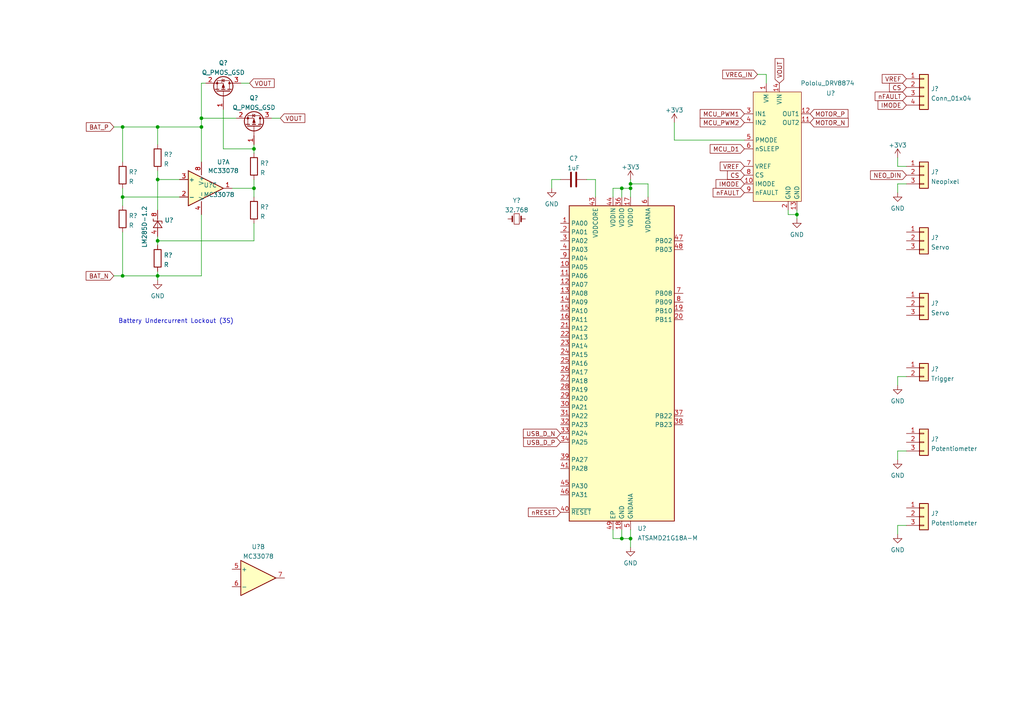
<source format=kicad_sch>
(kicad_sch (version 20211123) (generator eeschema)
  (paper "A4")
  (lib_symbols
    (symbol "Amplifier_Operational:MC33078" (pin_names (offset 0.127))
      (property "Reference" "U" (at 0 5.08 0))
      (property "Value" "MC33078" (at 0 -5.08 0))
      (symbol "MC33078_1_1"
        (polyline (pts (xy -5.08 5.08) (xy 5.08 0) (xy -5.08 -5.08) (xy -5.08 5.08)) (stroke (width 0.254)) (fill (type background)))
        (pin output line (at 7.62 0 180) (length 2.54) (name "~") (number "1"))
        (pin input line (at -7.62 -2.54 0) (length 2.54) (name "-") (number "2"))
        (pin input line (at -7.62 2.54 0) (length 2.54) (name "+") (number "3"))
      )
      (symbol "MC33078_2_1"
        (polyline (pts (xy -5.08 5.08) (xy 5.08 0) (xy -5.08 -5.08) (xy -5.08 5.08)) (stroke (width 0.254)) (fill (type background)))
        (pin input line (at -7.62 2.54 0) (length 2.54) (name "+") (number "5"))
        (pin input line (at -7.62 -2.54 0) (length 2.54) (name "-") (number "6"))
        (pin output line (at 7.62 0 180) (length 2.54) (name "~") (number "7"))
      )
      (symbol "MC33078_3_1"
        (pin power_in line (at -2.54 -7.62 90) (length 3.81) (name "V-") (number "4"))
        (pin power_in line (at -2.54 7.62 270) (length 3.81) (name "V+") (number "8"))
      )
    )
    (symbol "Boards:Pololu_DRV8874"
      (property "Reference" "U" (at -1.27 -26.67 0))
      (property "Value" "Pololu_DRV8874" (at 13.97 10.16 0))
      (symbol "Pololu_DRV8874_0_1"
        (rectangle (start -5.08 7.62) (end 8.89 -24.13) (stroke (width 0.1524)) (fill (type background)))
      )
      (symbol "Pololu_DRV8874_1_1"
        (pin input line (at -1.27 10.16 270) (length 2.54) (name "VM") (number "1"))
        (pin input line (at -7.62 -19.05 0) (length 2.54) (name "IMODE") (number "10"))
        (pin input line (at 11.43 -1.27 180) (length 2.54) (name "OUT2") (number "11"))
        (pin input line (at 11.43 1.27 180) (length 2.54) (name "OUT1") (number "12"))
        (pin input line (at 7.62 -26.67 90) (length 2.54) (name "GND") (number "13"))
        (pin input line (at 2.54 10.16 270) (length 2.54) (name "VIN") (number "14"))
        (pin input line (at 5.08 -26.67 90) (length 2.54) (name "GND") (number "2"))
        (pin input line (at -7.62 1.27 0) (length 2.54) (name "IN1") (number "3"))
        (pin input line (at -7.62 -1.27 0) (length 2.54) (name "IN2") (number "4"))
        (pin input line (at -7.62 -6.35 0) (length 2.54) (name "PMODE") (number "5"))
        (pin input line (at -7.62 -8.89 0) (length 2.54) (name "nSLEEP") (number "6"))
        (pin input line (at -7.62 -13.97 0) (length 2.54) (name "VREF") (number "7"))
        (pin input line (at -7.62 -16.51 0) (length 2.54) (name "CS") (number "8"))
        (pin input line (at -7.62 -21.59 0) (length 2.54) (name "nFAULT") (number "9"))
      )
    )
    (symbol "Connector_Generic:Conn_01x02" (pin_names (offset 1.016) hide)
      (property "Reference" "J" (at 0 2.54 0))
      (property "Value" "Conn_01x02" (at 0 -5.08 0))
      (symbol "Conn_01x02_1_1"
        (rectangle (start -1.27 -2.413) (end 0 -2.667) (stroke (width 0.1524)))
        (rectangle (start -1.27 0.127) (end 0 -0.127) (stroke (width 0.1524)))
        (rectangle (start -1.27 1.27) (end 1.27 -3.81) (stroke (width 0.254)) (fill (type background)))
        (pin passive line (at -5.08 0 0) (length 3.81) (name "Pin_1") (number "1"))
        (pin passive line (at -5.08 -2.54 0) (length 3.81) (name "Pin_2") (number "2"))
      )
    )
    (symbol "Connector_Generic:Conn_01x03" (pin_names (offset 1.016) hide)
      (property "Reference" "J" (at 0 5.08 0))
      (property "Value" "Conn_01x03" (at 0 -5.08 0))
      (symbol "Conn_01x03_1_1"
        (rectangle (start -1.27 -2.413) (end 0 -2.667) (stroke (width 0.1524)))
        (rectangle (start -1.27 0.127) (end 0 -0.127) (stroke (width 0.1524)))
        (rectangle (start -1.27 2.667) (end 0 2.413) (stroke (width 0.1524)))
        (rectangle (start -1.27 3.81) (end 1.27 -3.81) (stroke (width 0.254)) (fill (type background)))
        (pin passive line (at -5.08 2.54 0) (length 3.81) (name "Pin_1") (number "1"))
        (pin passive line (at -5.08 0 0) (length 3.81) (name "Pin_2") (number "2"))
        (pin passive line (at -5.08 -2.54 0) (length 3.81) (name "Pin_3") (number "3"))
      )
    )
    (symbol "Connector_Generic:Conn_01x04" (pin_names (offset 1.016) hide)
      (property "Reference" "J" (at 0 5.08 0))
      (property "Value" "Conn_01x04" (at 0 -7.62 0))
      (symbol "Conn_01x04_1_1"
        (rectangle (start -1.27 -4.953) (end 0 -5.207) (stroke (width 0.1524)))
        (rectangle (start -1.27 -2.413) (end 0 -2.667) (stroke (width 0.1524)))
        (rectangle (start -1.27 0.127) (end 0 -0.127) (stroke (width 0.1524)))
        (rectangle (start -1.27 2.667) (end 0 2.413) (stroke (width 0.1524)))
        (rectangle (start -1.27 3.81) (end 1.27 -6.35) (stroke (width 0.254)) (fill (type background)))
        (pin passive line (at -5.08 2.54 0) (length 3.81) (name "Pin_1") (number "1"))
        (pin passive line (at -5.08 0 0) (length 3.81) (name "Pin_2") (number "2"))
        (pin passive line (at -5.08 -2.54 0) (length 3.81) (name "Pin_3") (number "3"))
        (pin passive line (at -5.08 -5.08 0) (length 3.81) (name "Pin_4") (number "4"))
      )
    )
    (symbol "Device:C" (pin_numbers hide) (pin_names (offset 0.254))
      (property "Reference" "C" (at 0.635 2.54 0))
      (property "Value" "C" (at 0.635 -2.54 0))
      (symbol "C_0_1"
        (polyline (pts (xy -2.032 -0.762) (xy 2.032 -0.762)) (stroke (width 0.508)))
        (polyline (pts (xy -2.032 0.762) (xy 2.032 0.762)) (stroke (width 0.508)))
      )
      (symbol "C_1_1"
        (pin passive line (at 0 3.81 270) (length 2.794) (name "~") (number "1"))
        (pin passive line (at 0 -3.81 90) (length 2.794) (name "~") (number "2"))
      )
    )
    (symbol "Device:Crystal_Small" (pin_numbers hide) (pin_names (offset 1.016) hide)
      (property "Reference" "Y" (at 0 2.54 0))
      (property "Value" "Crystal_Small" (at 0 -2.54 0))
      (symbol "Crystal_Small_0_1"
        (rectangle (start -0.762 -1.524) (end 0.762 1.524))
        (polyline (pts (xy -1.27 -0.762) (xy -1.27 0.762)) (stroke (width 0.381)))
        (polyline (pts (xy 1.27 -0.762) (xy 1.27 0.762)) (stroke (width 0.381)))
      )
      (symbol "Crystal_Small_1_1"
        (pin passive line (at -2.54 0 0) (length 1.27) (name "1") (number "1"))
        (pin passive line (at 2.54 0 180) (length 1.27) (name "2") (number "2"))
      )
    )
    (symbol "Device:Q_PMOS_GSD" (pin_names (offset 0) hide)
      (property "Reference" "Q" (at 5.08 1.27 0))
      (property "Value" "Q_PMOS_GSD" (at 5.08 -1.27 0))
      (symbol "Q_PMOS_GSD_0_1"
        (polyline (pts (xy 0.254 0) (xy -2.54 0)))
        (polyline (pts (xy 0.254 1.905) (xy 0.254 -1.905)) (stroke (width 0.254)))
        (polyline (pts (xy 0.762 -1.27) (xy 0.762 -2.286)) (stroke (width 0.254)))
        (polyline (pts (xy 0.762 0.508) (xy 0.762 -0.508)) (stroke (width 0.254)))
        (polyline (pts (xy 0.762 2.286) (xy 0.762 1.27)) (stroke (width 0.254)))
        (polyline (pts (xy 2.54 2.54) (xy 2.54 1.778)))
        (polyline (pts (xy 2.54 -2.54) (xy 2.54 0) (xy 0.762 0)))
        (polyline (pts (xy 0.762 1.778) (xy 3.302 1.778) (xy 3.302 -1.778) (xy 0.762 -1.778)))
        (polyline (pts (xy 2.286 0) (xy 1.27 0.381) (xy 1.27 -0.381) (xy 2.286 0)) (fill (type outline)))
        (polyline (pts (xy 2.794 -0.508) (xy 2.921 -0.381) (xy 3.683 -0.381) (xy 3.81 -0.254)))
        (polyline (pts (xy 3.302 -0.381) (xy 2.921 0.254) (xy 3.683 0.254) (xy 3.302 -0.381)))
        (circle (center 1.651 0) (radius 2.794) (stroke (width 0.254)))
        (circle (center 2.54 -1.778) (radius 0.254) (fill (type outline)))
        (circle (center 2.54 1.778) (radius 0.254) (fill (type outline)))
      )
      (symbol "Q_PMOS_GSD_1_1"
        (pin input line (at -5.08 0 0) (length 2.54) (name "G") (number "1"))
        (pin passive line (at 2.54 -5.08 90) (length 2.54) (name "S") (number "2"))
        (pin passive line (at 2.54 5.08 270) (length 2.54) (name "D") (number "3"))
      )
    )
    (symbol "Device:R" (pin_numbers hide) (pin_names (offset 0))
      (property "Reference" "R" (at 2.032 0 90))
      (property "Value" "R" (at 0 0 90))
      (symbol "R_0_1"
        (rectangle (start -1.016 -2.54) (end 1.016 2.54) (stroke (width 0.254)))
      )
      (symbol "R_1_1"
        (pin passive line (at 0 3.81 270) (length 1.27) (name "~") (number "1"))
        (pin passive line (at 0 -3.81 90) (length 1.27) (name "~") (number "2"))
      )
    )
    (symbol "MCU_Microchip_SAMD:ATSAMD21G18A-M"
      (property "Reference" "U" (at -13.97 46.99 0))
      (property "Value" "ATSAMD21G18A-M" (at 16.51 46.99 0))
      (symbol "ATSAMD21G18A-M_0_1"
        (rectangle (start -15.24 45.72) (end 15.24 -45.72) (stroke (width 0.254)) (fill (type background)))
      )
      (symbol "ATSAMD21G18A-M_1_1"
        (pin bidirectional line (at -17.78 40.64 0) (length 2.54) (name "PA00") (number "1"))
        (pin bidirectional line (at -17.78 27.94 0) (length 2.54) (name "PA05") (number "10"))
        (pin bidirectional line (at -17.78 25.4 0) (length 2.54) (name "PA06") (number "11"))
        (pin bidirectional line (at -17.78 22.86 0) (length 2.54) (name "PA07") (number "12"))
        (pin bidirectional line (at -17.78 20.32 0) (length 2.54) (name "PA08") (number "13"))
        (pin bidirectional line (at -17.78 17.78 0) (length 2.54) (name "PA09") (number "14"))
        (pin bidirectional line (at -17.78 15.24 0) (length 2.54) (name "PA10") (number "15"))
        (pin bidirectional line (at -17.78 12.7 0) (length 2.54) (name "PA11") (number "16"))
        (pin power_in line (at 2.54 48.26 270) (length 2.54) (name "VDDIO") (number "17"))
        (pin power_in line (at 0 -48.26 90) (length 2.54) (name "GND") (number "18"))
        (pin bidirectional line (at 17.78 15.24 180) (length 2.54) (name "PB10") (number "19"))
        (pin bidirectional line (at -17.78 38.1 0) (length 2.54) (name "PA01") (number "2"))
        (pin bidirectional line (at 17.78 12.7 180) (length 2.54) (name "PB11") (number "20"))
        (pin bidirectional line (at -17.78 10.16 0) (length 2.54) (name "PA12") (number "21"))
        (pin bidirectional line (at -17.78 7.62 0) (length 2.54) (name "PA13") (number "22"))
        (pin bidirectional line (at -17.78 5.08 0) (length 2.54) (name "PA14") (number "23"))
        (pin bidirectional line (at -17.78 2.54 0) (length 2.54) (name "PA15") (number "24"))
        (pin bidirectional line (at -17.78 0 0) (length 2.54) (name "PA16") (number "25"))
        (pin bidirectional line (at -17.78 -2.54 0) (length 2.54) (name "PA17") (number "26"))
        (pin bidirectional line (at -17.78 -5.08 0) (length 2.54) (name "PA18") (number "27"))
        (pin bidirectional line (at -17.78 -7.62 0) (length 2.54) (name "PA19") (number "28"))
        (pin bidirectional line (at -17.78 -10.16 0) (length 2.54) (name "PA20") (number "29"))
        (pin bidirectional line (at -17.78 35.56 0) (length 2.54) (name "PA02") (number "3"))
        (pin bidirectional line (at -17.78 -12.7 0) (length 2.54) (name "PA21") (number "30"))
        (pin bidirectional line (at -17.78 -15.24 0) (length 2.54) (name "PA22") (number "31"))
        (pin bidirectional line (at -17.78 -17.78 0) (length 2.54) (name "PA23") (number "32"))
        (pin bidirectional line (at -17.78 -20.32 0) (length 2.54) (name "PA24") (number "33"))
        (pin bidirectional line (at -17.78 -22.86 0) (length 2.54) (name "PA25") (number "34"))
        (pin passive line (at 0 -48.26 90) (length 2.54) hide (name "GND") (number "35"))
        (pin power_in line (at 0 48.26 270) (length 2.54) (name "VDDIO") (number "36"))
        (pin bidirectional line (at 17.78 -15.24 180) (length 2.54) (name "PB22") (number "37"))
        (pin bidirectional line (at 17.78 -17.78 180) (length 2.54) (name "PB23") (number "38"))
        (pin bidirectional line (at -17.78 -27.94 0) (length 2.54) (name "PA27") (number "39"))
        (pin bidirectional line (at -17.78 33.02 0) (length 2.54) (name "PA03") (number "4"))
        (pin input line (at -17.78 -43.18 0) (length 2.54) (name "~{RESET}") (number "40"))
        (pin bidirectional line (at -17.78 -30.48 0) (length 2.54) (name "PA28") (number "41"))
        (pin passive line (at 0 -48.26 90) (length 2.54) hide (name "GND") (number "42"))
        (pin power_out line (at -7.62 48.26 270) (length 2.54) (name "VDDCORE") (number "43"))
        (pin power_in line (at -2.54 48.26 270) (length 2.54) (name "VDDIN") (number "44"))
        (pin bidirectional line (at -17.78 -35.56 0) (length 2.54) (name "PA30") (number "45"))
        (pin bidirectional line (at -17.78 -38.1 0) (length 2.54) (name "PA31") (number "46"))
        (pin bidirectional line (at 17.78 35.56 180) (length 2.54) (name "PB02") (number "47"))
        (pin bidirectional line (at 17.78 33.02 180) (length 2.54) (name "PB03") (number "48"))
        (pin passive line (at -2.54 -48.26 90) (length 2.54) (name "EP") (number "49"))
        (pin power_in line (at 2.54 -48.26 90) (length 2.54) (name "GNDANA") (number "5"))
        (pin power_in line (at 7.62 48.26 270) (length 2.54) (name "VDDANA") (number "6"))
        (pin bidirectional line (at 17.78 20.32 180) (length 2.54) (name "PB08") (number "7"))
        (pin bidirectional line (at 17.78 17.78 180) (length 2.54) (name "PB09") (number "8"))
        (pin bidirectional line (at -17.78 30.48 0) (length 2.54) (name "PA04") (number "9"))
      )
    )
    (symbol "Reference_Voltage:LM285D-1.2" (pin_names (offset 0.0254) hide)
      (property "Reference" "U" (at 0 3.175 0))
      (property "Value" "LM285D-1.2" (at 0 -3.175 0))
      (symbol "LM285D-1.2_0_1"
        (polyline (pts (xy -1.27 0) (xy 0 0) (xy 1.27 0)))
        (polyline (pts (xy -1.27 -1.27) (xy 0.635 0) (xy -1.27 1.27) (xy -1.27 -1.27)) (stroke (width 0.2032)))
        (polyline (pts (xy 0 -1.27) (xy 0.635 -1.27) (xy 0.635 1.27) (xy 1.27 1.27)) (stroke (width 0.2032)))
      )
      (symbol "LM285D-1.2_1_1"
        (pin passive line (at -3.81 0 0) (length 2.54) (name "A") (number "4"))
        (pin passive line (at 3.81 0 180) (length 2.54) (name "K") (number "8"))
      )
    )
    (symbol "power:+3.3V" (power) (pin_names (offset 0))
      (property "Value" "+3.3V" (at 0 3.556 0))
      (symbol "+3.3V_0_1"
        (polyline (pts (xy -0.762 1.27) (xy 0 2.54)))
        (polyline (pts (xy 0 0) (xy 0 2.54)))
        (polyline (pts (xy 0 2.54) (xy 0.762 1.27)))
      )
      (symbol "+3.3V_1_1"
        (pin power_in line (at 0 0 90) (length 0) hide (name "+3V3") (number "1"))
      )
    )
    (symbol "power:GND" (power) (pin_names (offset 0))
      (property "Value" "GND" (at 0 -3.81 0))
      (symbol "GND_0_1"
        (polyline (pts (xy 0 0) (xy 0 -1.27) (xy 1.27 -1.27) (xy 0 -2.54) (xy -1.27 -1.27) (xy 0 -1.27)))
      )
      (symbol "GND_1_1"
        (pin power_in line (at 0 0 270) (length 0) hide (name "GND") (number "1"))
      )
    )
  )
  (junction (at 45.72 36.83))
  (junction (at 180.34 54.61))
  (junction (at 58.42 34.29))
  (junction (at 35.56 80.01))
  (junction (at 45.72 52.07))
  (junction (at 73.66 43.18))
  (junction (at 182.88 54.61))
  (junction (at 73.66 54.61))
  (junction (at 58.42 36.83))
  (junction (at 45.72 80.01))
  (junction (at 180.34 156.21))
  (junction (at 45.72 69.85))
  (junction (at 35.56 36.83))
  (junction (at 182.88 53.34))
  (junction (at 35.56 57.15))
  (junction (at 182.88 156.21))
  (junction (at 231.14 62.23))
  (wire (pts (xy 180.34 54.61) (xy 182.88 54.61)))
  (wire (pts (xy 182.88 54.61) (xy 182.88 57.15)))
  (wire (pts (xy 73.66 54.61) (xy 73.66 57.15)))
  (wire (pts (xy 262.89 152.4) (xy 260.35 152.4)))
  (wire (pts (xy 187.96 57.15) (xy 187.96 53.34)))
  (wire (pts (xy 195.58 40.64) (xy 195.58 35.56)))
  (wire (pts (xy 262.89 130.81) (xy 260.35 130.81)))
  (wire (pts (xy 58.42 80.01) (xy 45.72 80.01)))
  (wire (pts (xy 260.35 130.81) (xy 260.35 133.35)))
  (wire (pts (xy 260.35 48.26) (xy 262.89 48.26)))
  (wire (pts (xy 260.35 152.4) (xy 260.35 154.94)))
  (wire (pts (xy 78.74 34.29) (xy 81.28 34.29)))
  (wire (pts (xy 162.56 52.07) (xy 160.02 52.07)))
  (wire (pts (xy 260.35 53.34) (xy 260.35 55.88)))
  (wire (pts (xy 45.72 69.85) (xy 73.66 69.85)))
  (wire (pts (xy 45.72 49.53) (xy 45.72 52.07)))
  (wire (pts (xy 180.34 156.21) (xy 182.88 156.21)))
  (wire (pts (xy 260.35 109.22) (xy 260.35 111.76)))
  (wire (pts (xy 73.66 41.91) (xy 73.66 43.18)))
  (wire (pts (xy 187.96 53.34) (xy 182.88 53.34)))
  (wire (pts (xy 73.66 52.07) (xy 73.66 54.61)))
  (wire (pts (xy 35.56 57.15) (xy 35.56 54.61)))
  (wire (pts (xy 182.88 53.34) (xy 182.88 54.61)))
  (wire (pts (xy 177.8 156.21) (xy 180.34 156.21)))
  (wire (pts (xy 58.42 46.99) (xy 58.42 36.83)))
  (wire (pts (xy 73.66 69.85) (xy 73.66 64.77)))
  (wire (pts (xy 33.02 80.01) (xy 35.56 80.01)))
  (wire (pts (xy 182.88 52.07) (xy 182.88 53.34)))
  (wire (pts (xy 33.02 36.83) (xy 35.56 36.83)))
  (wire (pts (xy 182.88 153.67) (xy 182.88 156.21)))
  (wire (pts (xy 177.8 57.15) (xy 177.8 54.61)))
  (wire (pts (xy 73.66 43.18) (xy 73.66 44.45)))
  (wire (pts (xy 45.72 52.07) (xy 52.07 52.07)))
  (wire (pts (xy 180.34 153.67) (xy 180.34 156.21)))
  (wire (pts (xy 228.6 60.96) (xy 228.6 62.23)))
  (wire (pts (xy 45.72 68.58) (xy 45.72 69.85)))
  (wire (pts (xy 58.42 36.83) (xy 58.42 34.29)))
  (wire (pts (xy 64.77 43.18) (xy 64.77 31.75)))
  (wire (pts (xy 180.34 57.15) (xy 180.34 54.61)))
  (wire (pts (xy 231.14 60.96) (xy 231.14 62.23)))
  (wire (pts (xy 58.42 34.29) (xy 58.42 24.13)))
  (wire (pts (xy 58.42 24.13) (xy 59.69 24.13)))
  (wire (pts (xy 172.72 57.15) (xy 172.72 52.07)))
  (wire (pts (xy 45.72 41.91) (xy 45.72 36.83)))
  (wire (pts (xy 69.85 24.13) (xy 72.39 24.13)))
  (wire (pts (xy 231.14 62.23) (xy 231.14 63.5)))
  (wire (pts (xy 52.07 57.15) (xy 35.56 57.15)))
  (wire (pts (xy 45.72 80.01) (xy 45.72 78.74)))
  (wire (pts (xy 172.72 52.07) (xy 170.18 52.07)))
  (wire (pts (xy 228.6 62.23) (xy 231.14 62.23)))
  (wire (pts (xy 58.42 62.23) (xy 58.42 80.01)))
  (wire (pts (xy 215.9 40.64) (xy 195.58 40.64)))
  (wire (pts (xy 45.72 69.85) (xy 45.72 71.12)))
  (wire (pts (xy 35.56 36.83) (xy 45.72 36.83)))
  (wire (pts (xy 260.35 45.72) (xy 260.35 48.26)))
  (wire (pts (xy 222.25 21.59) (xy 222.25 24.13)))
  (wire (pts (xy 45.72 80.01) (xy 45.72 81.28)))
  (wire (pts (xy 45.72 36.83) (xy 58.42 36.83)))
  (wire (pts (xy 35.56 80.01) (xy 45.72 80.01)))
  (wire (pts (xy 35.56 57.15) (xy 35.56 59.69)))
  (wire (pts (xy 35.56 67.31) (xy 35.56 80.01)))
  (wire (pts (xy 177.8 153.67) (xy 177.8 156.21)))
  (wire (pts (xy 262.89 53.34) (xy 260.35 53.34)))
  (wire (pts (xy 35.56 36.83) (xy 35.56 46.99)))
  (wire (pts (xy 219.71 21.59) (xy 222.25 21.59)))
  (wire (pts (xy 160.02 52.07) (xy 160.02 54.61)))
  (wire (pts (xy 262.89 109.22) (xy 260.35 109.22)))
  (wire (pts (xy 67.31 54.61) (xy 73.66 54.61)))
  (wire (pts (xy 177.8 54.61) (xy 180.34 54.61)))
  (wire (pts (xy 45.72 52.07) (xy 45.72 60.96)))
  (wire (pts (xy 58.42 34.29) (xy 68.58 34.29)))
  (wire (pts (xy 73.66 43.18) (xy 64.77 43.18)))
  (wire (pts (xy 182.88 156.21) (xy 182.88 158.75)))
  (text "Battery Undercurrent Lockout (3S)" (at 34.29 93.98 0) (effects (font (size 1.27 1.27)) (justify left bottom)))
  (global_label "USB_D_N" (shape input) (at 162.56 125.73 180) (property "Intersheet References" "${INTERSHEET_REFS}" (effects hide)))
  (global_label "BAT_P" (shape input) (at 33.02 36.83 180) (property "Intersheet References" "${INTERSHEET_REFS}" (effects hide)))
  (global_label "MCU_D1" (shape input) (at 215.9 43.18 180) (property "Intersheet References" "${INTERSHEET_REFS}" (effects hide)))
  (global_label "MCU_PWM1" (shape input) (at 215.9 33.02 180) (property "Intersheet References" "${INTERSHEET_REFS}" (effects hide)))
  (global_label "IMODE" (shape input) (at 215.9 53.34 180) (property "Intersheet References" "${INTERSHEET_REFS}" (effects hide)))
  (global_label "CS" (shape input) (at 262.89 25.4 180) (property "Intersheet References" "${INTERSHEET_REFS}" (effects hide)))
  (global_label "MCU_PWM2" (shape input) (at 215.9 35.56 180) (property "Intersheet References" "${INTERSHEET_REFS}" (effects hide)))
  (global_label "USB_D_P" (shape input) (at 162.56 128.27 180) (property "Intersheet References" "${INTERSHEET_REFS}" (effects hide)))
  (global_label "nFAULT" (shape input) (at 262.89 27.94 180) (property "Intersheet References" "${INTERSHEET_REFS}" (effects hide)))
  (global_label "VREG_IN" (shape input) (at 219.71 21.59 180) (property "Intersheet References" "${INTERSHEET_REFS}" (effects hide)))
  (global_label "VOUT" (shape input) (at 72.39 24.13 0) (property "Intersheet References" "${INTERSHEET_REFS}" (effects hide)))
  (global_label "VOUT" (shape input) (at 226.06 24.13 90) (property "Intersheet References" "${INTERSHEET_REFS}" (effects hide)))
  (global_label "IMODE" (shape input) (at 262.89 30.48 180) (property "Intersheet References" "${INTERSHEET_REFS}" (effects hide)))
  (global_label "VREF" (shape input) (at 262.89 22.86 180) (property "Intersheet References" "${INTERSHEET_REFS}" (effects hide)))
  (global_label "BAT_N" (shape input) (at 33.02 80.01 180) (property "Intersheet References" "${INTERSHEET_REFS}" (effects hide)))
  (global_label "VREF" (shape input) (at 215.9 48.26 180) (property "Intersheet References" "${INTERSHEET_REFS}" (effects hide)))
  (global_label "MOTOR_P" (shape input) (at 234.95 33.02 0) (property "Intersheet References" "${INTERSHEET_REFS}" (effects hide)))
  (global_label "NEO_DIN" (shape input) (at 262.89 50.8 180) (property "Intersheet References" "${INTERSHEET_REFS}" (effects hide)))
  (global_label "VOUT" (shape input) (at 81.28 34.29 0) (property "Intersheet References" "${INTERSHEET_REFS}" (effects hide)))
  (global_label "MOTOR_N" (shape input) (at 234.95 35.56 0) (property "Intersheet References" "${INTERSHEET_REFS}" (effects hide)))
  (global_label "CS" (shape input) (at 215.9 50.8 180) (property "Intersheet References" "${INTERSHEET_REFS}" (effects hide)))
  (global_label "nRESET" (shape input) (at 162.56 148.59 180) (property "Intersheet References" "${INTERSHEET_REFS}" (effects hide)))
  (global_label "nFAULT" (shape input) (at 215.9 55.88 180) (property "Intersheet References" "${INTERSHEET_REFS}" (effects hide)))
  (symbol (lib_id "MCU_Microchip_SAMD:ATSAMD21G18A-M") (at 180.34 105.41 0) (unit 1)
    (property "Reference" "U?" (at 184.8994 153.2795 0) (effects (justify left)))
    (property "Value" "ATSAMD21G18A-M" (at 184.8994 156.0546 0) (effects (justify left)))
    (property "Footprint" "Package_DFN_QFN:QFN-48-1EP_7x7mm_P0.5mm_EP5.15x5.15mm" (effects hide))
    (property "Datasheet" "http://ww1.microchip.com/downloads/en/DeviceDoc/SAM_D21_DA1_Family_Data%20Sheet_DS40001882E.pdf" (effects hide))
  )
  (symbol (lib_id "Boards:Pololu_DRV8874") (at 223.52 34.29 0) (unit 1)
    (property "Reference" "U?" (at 240.9415 27.0467 0))
    (property "Value" "Pololu_DRV8874" (at 240.03 24.13 0))
  )
  (symbol (lib_id "power:+3.3V") (at 260.35 45.72 0) (unit 1)
    (property "Reference" "#PWR?" (effects hide))
    (property "Value" "+3.3V" (at 260.35 42.1155 0))
  )
  (symbol (lib_id "Device:Q_PMOS_GSD") (at 73.66 36.83 270) (mirror x) (unit 1)
    (property "Reference" "Q?" (at 73.66 28.4185 90))
    (property "Value" "Q_PMOS_GSD" (at 73.66 31.1936 90))
  )
  (symbol (lib_id "Reference_Voltage:LM285D-1.2") (at 45.72 64.77 90) (unit 1)
    (property "Reference" "U?" (at 47.7266 63.8615 90) (effects (justify right)))
    (property "Value" "LM285D-1.2" (at 41.91 59.69 0) (effects (justify right)))
    (property "Footprint" "Package_SO:SOIC-8_3.9x4.9mm_P1.27mm" (effects hide))
    (property "Datasheet" "http://www.onsemi.com/pub_link/Collateral/LM285-D.PDF" (effects hide))
  )
  (symbol (lib_id "Connector_Generic:Conn_01x04") (at 267.97 25.4 0) (unit 1)
    (property "Reference" "J?" (at 270.002 25.7615 0) (effects (justify left)))
    (property "Value" "Conn_01x04" (at 270.002 28.5366 0) (effects (justify left)))
  )
  (symbol (lib_id "Device:C") (at 166.37 52.07 90) (unit 1)
    (property "Reference" "C?" (at 166.37 45.9445 90))
    (property "Value" "1uF" (at 166.37 48.7196 90))
  )
  (symbol (lib_id "Amplifier_Operational:MC33078") (at 59.69 54.61 0) (unit 1)
    (property "Reference" "U?" (at 64.77 46.99 0))
    (property "Value" "MC33078" (at 64.77 49.53 0))
    (property "Datasheet" "https://www.onsemi.com/pub/Collateral/MC33078-D.PDF" (effects hide))
  )
  (symbol (lib_id "power:GND") (at 231.14 63.5 0) (unit 1)
    (property "Reference" "#PWR?" (effects hide))
    (property "Value" "GND" (at 231.14 68.0625 0))
  )
  (symbol (lib_id "power:GND") (at 260.35 154.94 0) (unit 1)
    (property "Reference" "#PWR?" (effects hide))
    (property "Value" "GND" (at 260.35 159.5025 0))
  )
  (symbol (lib_id "power:GND") (at 45.72 81.28 0) (unit 1)
    (property "Reference" "#PWR?" (effects hide))
    (property "Value" "GND" (at 45.72 85.8425 0))
  )
  (symbol (lib_id "Connector_Generic:Conn_01x02") (at 267.97 106.68 0) (unit 1)
    (property "Reference" "J?" (at 270.002 107.0415 0) (effects (justify left)))
    (property "Value" "Trigger" (at 270.002 109.8166 0) (effects (justify left)))
  )
  (symbol (lib_id "Device:R") (at 45.72 74.93 0) (unit 1)
    (property "Reference" "R?" (at 47.498 74.0215 0) (effects (justify left)))
    (property "Value" "R" (at 47.498 76.7966 0) (effects (justify left)))
  )
  (symbol (lib_id "Device:R") (at 73.66 48.26 0) (unit 1)
    (property "Reference" "R?" (at 75.438 47.3515 0) (effects (justify left)))
    (property "Value" "R" (at 75.438 50.1266 0) (effects (justify left)))
  )
  (symbol (lib_id "Amplifier_Operational:MC33078") (at 60.96 54.61 0) (unit 3)
    (property "Reference" "U?" (at 59.055 53.7015 0) (effects (justify left)))
    (property "Value" "MC33078" (at 59.055 56.4766 0) (effects (justify left)))
    (property "Datasheet" "https://www.onsemi.com/pub/Collateral/MC33078-D.PDF" (effects hide))
  )
  (symbol (lib_id "power:GND") (at 182.88 158.75 0) (unit 1)
    (property "Reference" "#PWR?" (effects hide))
    (property "Value" "GND" (at 182.88 163.3125 0))
  )
  (symbol (lib_id "power:GND") (at 260.35 133.35 0) (unit 1)
    (property "Reference" "#PWR?" (effects hide))
    (property "Value" "GND" (at 260.35 137.9125 0))
  )
  (symbol (lib_id "Amplifier_Operational:MC33078") (at 74.93 167.64 0) (unit 2)
    (property "Reference" "U?" (at 74.93 158.5935 0))
    (property "Value" "MC33078" (at 74.93 161.3686 0))
    (property "Datasheet" "https://www.onsemi.com/pub/Collateral/MC33078-D.PDF" (effects hide))
  )
  (symbol (lib_id "Device:R") (at 35.56 63.5 0) (unit 1)
    (property "Reference" "R?" (at 37.338 62.5915 0) (effects (justify left)))
    (property "Value" "R" (at 37.338 65.3666 0) (effects (justify left)))
  )
  (symbol (lib_id "Device:R") (at 45.72 45.72 0) (unit 1)
    (property "Reference" "R?" (at 47.498 44.8115 0) (effects (justify left)))
    (property "Value" "R" (at 47.498 47.5866 0) (effects (justify left)))
  )
  (symbol (lib_id "power:GND") (at 160.02 54.61 0) (unit 1)
    (property "Reference" "#PWR?" (effects hide))
    (property "Value" "GND" (at 160.02 59.1725 0))
  )
  (symbol (lib_id "Connector_Generic:Conn_01x03") (at 267.97 50.8 0) (unit 1)
    (property "Reference" "J?" (at 270.002 49.8915 0) (effects (justify left)))
    (property "Value" "Neopixel" (at 270.002 52.6666 0) (effects (justify left)))
  )
  (symbol (lib_id "power:+3.3V") (at 182.88 52.07 0) (unit 1)
    (property "Reference" "#PWR?" (effects hide))
    (property "Value" "+3.3V" (at 182.88 48.4655 0))
  )
  (symbol (lib_id "power:+3.3V") (at 195.58 35.56 0) (unit 1)
    (property "Reference" "#PWR?" (effects hide))
    (property "Value" "+3.3V" (at 195.58 31.9555 0))
  )
  (symbol (lib_id "Device:Q_PMOS_GSD") (at 64.77 26.67 270) (mirror x) (unit 1)
    (property "Reference" "Q?" (at 64.77 18.2585 90))
    (property "Value" "Q_PMOS_GSD" (at 64.77 21.0336 90))
  )
  (symbol (lib_id "Connector_Generic:Conn_01x03") (at 267.97 149.86 0) (unit 1)
    (property "Reference" "J?" (at 270.002 148.9515 0) (effects (justify left)))
    (property "Value" "Potentiometer" (at 270.002 151.7266 0) (effects (justify left)))
  )
  (symbol (lib_id "power:GND") (at 260.35 111.76 0) (unit 1)
    (property "Reference" "#PWR?" (effects hide))
    (property "Value" "GND" (at 260.35 116.3225 0))
  )
  (symbol (lib_id "power:GND") (at 260.35 55.88 0) (unit 1)
    (property "Reference" "#PWR?" (effects hide))
    (property "Value" "GND" (at 260.35 60.4425 0))
  )
  (symbol (lib_id "Device:Crystal_Small") (at 149.86 63.5 0) (unit 1)
    (property "Reference" "Y?" (at 149.86 58.1365 0))
    (property "Value" "32.768" (at 149.86 60.9116 0))
  )
  (symbol (lib_id "Connector_Generic:Conn_01x03") (at 267.97 128.27 0) (unit 1)
    (property "Reference" "J?" (at 270.002 127.3615 0) (effects (justify left)))
    (property "Value" "Potentiometer" (at 270.002 130.1366 0) (effects (justify left)))
  )
  (symbol (lib_id "Device:R") (at 73.66 60.96 0) (unit 1)
    (property "Reference" "R?" (at 75.438 60.0515 0) (effects (justify left)))
    (property "Value" "R" (at 75.438 62.8266 0) (effects (justify left)))
  )
  (symbol (lib_id "Connector_Generic:Conn_01x03") (at 267.97 69.85 0) (unit 1)
    (property "Reference" "J?" (at 270.002 68.9415 0) (effects (justify left)))
    (property "Value" "Servo" (at 270.002 71.7166 0) (effects (justify left)))
  )
  (symbol (lib_id "Device:R") (at 35.56 50.8 0) (unit 1)
    (property "Reference" "R?" (at 37.338 49.8915 0) (effects (justify left)))
    (property "Value" "R" (at 37.338 52.6666 0) (effects (justify left)))
  )
  (symbol (lib_id "Connector_Generic:Conn_01x03") (at 267.97 88.9 0) (unit 1)
    (property "Reference" "J?" (at 270.002 87.9915 0) (effects (justify left)))
    (property "Value" "Servo" (at 270.002 90.7666 0) (effects (justify left)))
  )
)
</source>
